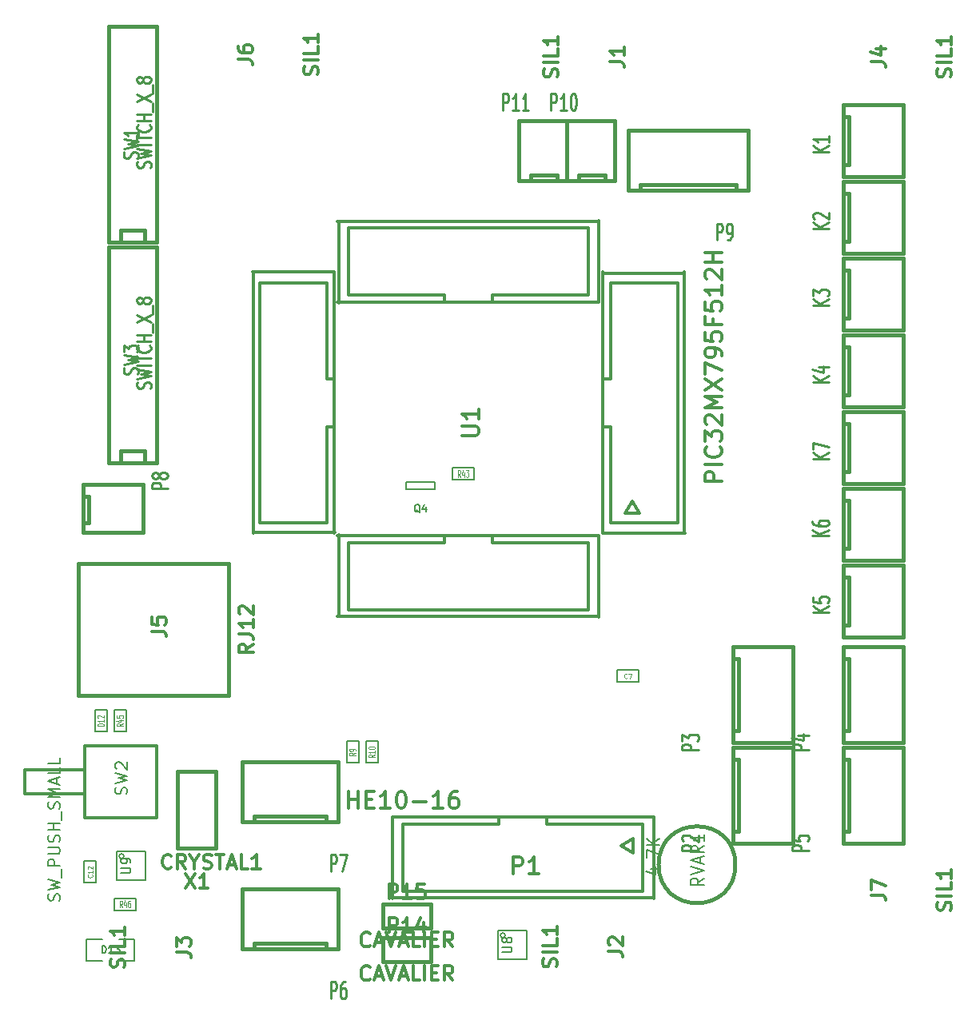
<source format=gto>
G04 #@! TF.FileFunction,Legend,Top*
%FSLAX46Y46*%
G04 Gerber Fmt 4.6, Leading zero omitted, Abs format (unit mm)*
G04 Created by KiCad (PCBNEW 4.0.0-rc1-stable) date 06/10/2015 21:31:56*
%MOMM*%
G01*
G04 APERTURE LIST*
%ADD10C,0.150000*%
%ADD11C,0.127000*%
%ADD12C,0.304800*%
%ADD13C,0.381000*%
%ADD14C,0.152400*%
%ADD15C,0.114300*%
%ADD16C,0.203200*%
%ADD17C,0.285750*%
%ADD18C,0.287020*%
%ADD19C,0.190500*%
%ADD20C,0.271780*%
G04 APERTURE END LIST*
D10*
D11*
X94267020Y-119092980D02*
X96553020Y-119092980D01*
X96553020Y-119092980D02*
X96553020Y-120362980D01*
X96553020Y-120362980D02*
X94267020Y-120362980D01*
X94267020Y-120362980D02*
X94267020Y-119092980D01*
X65659000Y-128905000D02*
X65659000Y-126619000D01*
X65659000Y-126619000D02*
X66929000Y-126619000D01*
X66929000Y-126619000D02*
X66929000Y-128905000D01*
X66929000Y-128905000D02*
X65659000Y-128905000D01*
X67691000Y-128905000D02*
X67691000Y-126619000D01*
X67691000Y-126619000D02*
X68961000Y-126619000D01*
X68961000Y-126619000D02*
X68961000Y-128905000D01*
X68961000Y-128905000D02*
X67691000Y-128905000D01*
D12*
X37879020Y-132173980D02*
X31529020Y-132173980D01*
X31529020Y-132173980D02*
X31529020Y-129633980D01*
X31529020Y-129633980D02*
X37879020Y-129633980D01*
X45499020Y-134713980D02*
X45499020Y-127093980D01*
X45499020Y-127093980D02*
X37879020Y-127093980D01*
X37879020Y-127093980D02*
X37879020Y-134713980D01*
X37879020Y-134713980D02*
X45499020Y-134713980D01*
D13*
X41689020Y-97121980D02*
X41689020Y-97121980D01*
X41689020Y-97121980D02*
X41689020Y-95851980D01*
X41689020Y-95851980D02*
X44229020Y-95851980D01*
X44229020Y-95851980D02*
X44229020Y-97121980D01*
X40419020Y-97121980D02*
X40419020Y-74261980D01*
X40419020Y-74261980D02*
X45499020Y-74261980D01*
X45499020Y-74261980D02*
X45499020Y-97121980D01*
X45499020Y-97121980D02*
X40419020Y-97121980D01*
X41689020Y-73753980D02*
X41689020Y-73753980D01*
X41689020Y-73753980D02*
X41689020Y-72483980D01*
X41689020Y-72483980D02*
X44229020Y-72483980D01*
X44229020Y-72483980D02*
X44229020Y-73753980D01*
X40419020Y-73753980D02*
X40419020Y-50893980D01*
X40419020Y-50893980D02*
X45499020Y-50893980D01*
X45499020Y-50893980D02*
X45499020Y-73753980D01*
X45499020Y-73753980D02*
X40419020Y-73753980D01*
D11*
X79121000Y-98933000D02*
X76835000Y-98933000D01*
X76835000Y-98933000D02*
X76835000Y-97663000D01*
X76835000Y-97663000D02*
X79121000Y-97663000D01*
X79121000Y-97663000D02*
X79121000Y-98933000D01*
D14*
X42037000Y-138811000D02*
G75*
G03X42037000Y-138811000I-254000J0D01*
G01*
X41275000Y-141351000D02*
X41275000Y-138303000D01*
X41275000Y-138303000D02*
X44323000Y-138303000D01*
X44323000Y-138303000D02*
X44323000Y-141351000D01*
X44323000Y-141351000D02*
X41275000Y-141351000D01*
X82423000Y-147193000D02*
G75*
G03X82423000Y-147193000I-254000J0D01*
G01*
X81661000Y-149733000D02*
X81661000Y-146685000D01*
X81661000Y-146685000D02*
X84709000Y-146685000D01*
X84709000Y-146685000D02*
X84709000Y-149733000D01*
X84709000Y-149733000D02*
X81661000Y-149733000D01*
D11*
X43180000Y-149860000D02*
X43180000Y-147574000D01*
X43180000Y-147574000D02*
X41529000Y-147574000D01*
X39751000Y-149860000D02*
X38100000Y-149860000D01*
X38100000Y-149860000D02*
X38100000Y-147574000D01*
X38100000Y-147574000D02*
X39751000Y-147574000D01*
X41529000Y-149860000D02*
X43180000Y-149860000D01*
X42291000Y-123317000D02*
X42291000Y-125603000D01*
X42291000Y-125603000D02*
X41021000Y-125603000D01*
X41021000Y-125603000D02*
X41021000Y-123317000D01*
X41021000Y-123317000D02*
X42291000Y-123317000D01*
X41021000Y-143256000D02*
X43307000Y-143256000D01*
X43307000Y-143256000D02*
X43307000Y-144526000D01*
X43307000Y-144526000D02*
X41021000Y-144526000D01*
X41021000Y-144526000D02*
X41021000Y-143256000D01*
X39116000Y-139319000D02*
X39116000Y-141605000D01*
X39116000Y-141605000D02*
X37846000Y-141605000D01*
X37846000Y-141605000D02*
X37846000Y-139319000D01*
X37846000Y-139319000D02*
X39116000Y-139319000D01*
D13*
X47752000Y-134366000D02*
X47752000Y-129794000D01*
X47752000Y-129794000D02*
X51816000Y-129794000D01*
X51816000Y-129794000D02*
X51816000Y-137922000D01*
X51816000Y-137922000D02*
X47752000Y-137922000D01*
X47752000Y-137922000D02*
X47752000Y-134366000D01*
D11*
X40259000Y-123317000D02*
X40259000Y-125603000D01*
X40259000Y-125603000D02*
X38989000Y-125603000D01*
X38989000Y-125603000D02*
X38989000Y-123317000D01*
X38989000Y-123317000D02*
X40259000Y-123317000D01*
X74993500Y-99949000D02*
X71945500Y-99949000D01*
X71945500Y-99949000D02*
X71945500Y-99187000D01*
X71945500Y-99187000D02*
X74993500Y-99187000D01*
X74993500Y-99187000D02*
X74993500Y-99949000D01*
D13*
X106808984Y-139700000D02*
G75*
G03X106808984Y-139700000I-4065984J0D01*
G01*
X118237000Y-117856000D02*
X118872000Y-117856000D01*
X118872000Y-117856000D02*
X118872000Y-125476000D01*
X118872000Y-125476000D02*
X118237000Y-125476000D01*
X124587000Y-126746000D02*
X124587000Y-116586000D01*
X124587000Y-116586000D02*
X118237000Y-116586000D01*
X118237000Y-116586000D02*
X118237000Y-126746000D01*
X118237000Y-126746000D02*
X124587000Y-126746000D01*
X106553000Y-117856000D02*
X107188000Y-117856000D01*
X107188000Y-117856000D02*
X107188000Y-125476000D01*
X107188000Y-125476000D02*
X106553000Y-125476000D01*
X112903000Y-126746000D02*
X112903000Y-116586000D01*
X112903000Y-116586000D02*
X106553000Y-116586000D01*
X106553000Y-116586000D02*
X106553000Y-126746000D01*
X106553000Y-126746000D02*
X112903000Y-126746000D01*
X55849520Y-135158480D02*
X55849520Y-134523480D01*
X55849520Y-134523480D02*
X63469520Y-134523480D01*
X63469520Y-134523480D02*
X63469520Y-135158480D01*
X64739520Y-128808480D02*
X54579520Y-128808480D01*
X54579520Y-128808480D02*
X54579520Y-135158480D01*
X54579520Y-135158480D02*
X64739520Y-135158480D01*
X64739520Y-135158480D02*
X64739520Y-128808480D01*
X55849520Y-148620480D02*
X55849520Y-147985480D01*
X55849520Y-147985480D02*
X63469520Y-147985480D01*
X63469520Y-147985480D02*
X63469520Y-148620480D01*
X64739520Y-142270480D02*
X54579520Y-142270480D01*
X54579520Y-142270480D02*
X54579520Y-148620480D01*
X54579520Y-148620480D02*
X64739520Y-148620480D01*
X64739520Y-148620480D02*
X64739520Y-142270480D01*
X118237000Y-128524000D02*
X118872000Y-128524000D01*
X118872000Y-128524000D02*
X118872000Y-136144000D01*
X118872000Y-136144000D02*
X118237000Y-136144000D01*
X124587000Y-137414000D02*
X124587000Y-127254000D01*
X124587000Y-127254000D02*
X118237000Y-127254000D01*
X118237000Y-127254000D02*
X118237000Y-137414000D01*
X118237000Y-137414000D02*
X124587000Y-137414000D01*
X106553000Y-128524000D02*
X107188000Y-128524000D01*
X107188000Y-128524000D02*
X107188000Y-136144000D01*
X107188000Y-136144000D02*
X106553000Y-136144000D01*
X112903000Y-137414000D02*
X112903000Y-127254000D01*
X112903000Y-127254000D02*
X106553000Y-127254000D01*
X106553000Y-127254000D02*
X106553000Y-137414000D01*
X106553000Y-137414000D02*
X112903000Y-137414000D01*
X118872000Y-98044000D02*
X118237000Y-98044000D01*
X118237000Y-91694000D02*
X118237000Y-99314000D01*
X118872000Y-98044000D02*
X118872000Y-92964000D01*
X118872000Y-92964000D02*
X118237000Y-92964000D01*
X118237000Y-99314000D02*
X124587000Y-99314000D01*
X124587000Y-99314000D02*
X124587000Y-91694000D01*
X118872000Y-92964000D02*
X118237000Y-92964000D01*
X118237000Y-91694000D02*
X124587000Y-91694000D01*
X118841520Y-106202480D02*
X118206520Y-106202480D01*
X118206520Y-99852480D02*
X118206520Y-107472480D01*
X118841520Y-106202480D02*
X118841520Y-101122480D01*
X118841520Y-101122480D02*
X118206520Y-101122480D01*
X118206520Y-107472480D02*
X124556520Y-107472480D01*
X124556520Y-107472480D02*
X124556520Y-99852480D01*
X118841520Y-101122480D02*
X118206520Y-101122480D01*
X118206520Y-99852480D02*
X124556520Y-99852480D01*
X118872000Y-114300000D02*
X118237000Y-114300000D01*
X118237000Y-107950000D02*
X118237000Y-115570000D01*
X118872000Y-114300000D02*
X118872000Y-109220000D01*
X118872000Y-109220000D02*
X118237000Y-109220000D01*
X118237000Y-115570000D02*
X124587000Y-115570000D01*
X124587000Y-115570000D02*
X124587000Y-107950000D01*
X118872000Y-109220000D02*
X118237000Y-109220000D01*
X118237000Y-107950000D02*
X124587000Y-107950000D01*
X118872000Y-65532000D02*
X118237000Y-65532000D01*
X118237000Y-59182000D02*
X118237000Y-66802000D01*
X118872000Y-65532000D02*
X118872000Y-60452000D01*
X118872000Y-60452000D02*
X118237000Y-60452000D01*
X118237000Y-66802000D02*
X124587000Y-66802000D01*
X124587000Y-66802000D02*
X124587000Y-59182000D01*
X118872000Y-60452000D02*
X118237000Y-60452000D01*
X118237000Y-59182000D02*
X124587000Y-59182000D01*
X118872000Y-81788000D02*
X118237000Y-81788000D01*
X118237000Y-75438000D02*
X118237000Y-83058000D01*
X118872000Y-81788000D02*
X118872000Y-76708000D01*
X118872000Y-76708000D02*
X118237000Y-76708000D01*
X118237000Y-83058000D02*
X124587000Y-83058000D01*
X124587000Y-83058000D02*
X124587000Y-75438000D01*
X118872000Y-76708000D02*
X118237000Y-76708000D01*
X118237000Y-75438000D02*
X124587000Y-75438000D01*
X118872000Y-89916000D02*
X118237000Y-89916000D01*
X118237000Y-83566000D02*
X118237000Y-91186000D01*
X118872000Y-89916000D02*
X118872000Y-84836000D01*
X118872000Y-84836000D02*
X118237000Y-84836000D01*
X118237000Y-91186000D02*
X124587000Y-91186000D01*
X124587000Y-91186000D02*
X124587000Y-83566000D01*
X118872000Y-84836000D02*
X118237000Y-84836000D01*
X118237000Y-83566000D02*
X124587000Y-83566000D01*
X118872000Y-73660000D02*
X118237000Y-73660000D01*
X118237000Y-67310000D02*
X118237000Y-74930000D01*
X118872000Y-73660000D02*
X118872000Y-68580000D01*
X118872000Y-68580000D02*
X118237000Y-68580000D01*
X118237000Y-74930000D02*
X124587000Y-74930000D01*
X124587000Y-74930000D02*
X124587000Y-67310000D01*
X118872000Y-68580000D02*
X118237000Y-68580000D01*
X118237000Y-67310000D02*
X124587000Y-67310000D01*
D12*
X70454520Y-134650480D02*
X98140520Y-134650480D01*
X98140520Y-143159480D02*
X70581520Y-143159480D01*
X86837520Y-134650480D02*
X86837520Y-135412480D01*
X86837520Y-135412480D02*
X96997520Y-135412480D01*
X96997520Y-135412480D02*
X96997520Y-142524480D01*
X96997520Y-142524480D02*
X71597520Y-142524480D01*
X71597520Y-142524480D02*
X71597520Y-135412480D01*
X71597520Y-135412480D02*
X81757520Y-135412480D01*
X81757520Y-135412480D02*
X81757520Y-134650480D01*
X98140520Y-134650480D02*
X98140520Y-143286480D01*
X70454520Y-143286480D02*
X70454520Y-134650480D01*
X94711520Y-137698480D02*
X95981520Y-138460480D01*
X95981520Y-138460480D02*
X95981520Y-136936480D01*
X95981520Y-136936480D02*
X94711520Y-137698480D01*
X92740480Y-104614980D02*
X92740480Y-76928980D01*
X101376480Y-76928980D02*
X101376480Y-104487980D01*
X92867480Y-88231980D02*
X93629480Y-88231980D01*
X93629480Y-88231980D02*
X93629480Y-78071980D01*
X93629480Y-78071980D02*
X100741480Y-78071980D01*
X100741480Y-78071980D02*
X100741480Y-103471980D01*
X100741480Y-103471980D02*
X93629480Y-103471980D01*
X93629480Y-103471980D02*
X93629480Y-93311980D01*
X93629480Y-93311980D02*
X92867480Y-93311980D01*
X92740480Y-77055980D02*
X101376480Y-77055980D01*
X101503480Y-104614980D02*
X92867480Y-104614980D01*
X96680020Y-102455980D02*
X95918020Y-101185980D01*
X95156020Y-102455980D02*
X96680020Y-102455980D01*
X95918020Y-101185980D02*
X95156020Y-102455980D01*
X55659020Y-76928980D02*
X64295020Y-76928980D01*
X64422020Y-104487980D02*
X55786020Y-104487980D01*
X63533020Y-88231980D02*
X64295020Y-88231980D01*
X63533020Y-78071980D02*
X63533020Y-88231980D01*
X56421020Y-78071980D02*
X63533020Y-78071980D01*
X56421020Y-103471980D02*
X56421020Y-78071980D01*
X63533020Y-103471980D02*
X56421020Y-103471980D01*
X63533020Y-93311980D02*
X63533020Y-103471980D01*
X64295020Y-93311980D02*
X63533020Y-93311980D01*
X55786020Y-104614980D02*
X55786020Y-77055980D01*
X64295020Y-76928980D02*
X64295020Y-104614980D01*
X92362020Y-80103980D02*
X64676020Y-80103980D01*
X64676020Y-71594980D02*
X92235020Y-71594980D01*
X75979020Y-80103980D02*
X75979020Y-79341980D01*
X75979020Y-79341980D02*
X65819020Y-79341980D01*
X65819020Y-79341980D02*
X65819020Y-72229980D01*
X65819020Y-72229980D02*
X91219020Y-72229980D01*
X91219020Y-72229980D02*
X91219020Y-79341980D01*
X91219020Y-79341980D02*
X81059020Y-79341980D01*
X81059020Y-79341980D02*
X81059020Y-80103980D01*
X64803020Y-80230980D02*
X64803020Y-71594980D01*
X92362020Y-71467980D02*
X92362020Y-80103980D01*
X92362020Y-113504980D02*
X92362020Y-104868980D01*
X64803020Y-104741980D02*
X64803020Y-113377980D01*
X81059020Y-105630980D02*
X81059020Y-104868980D01*
X91219020Y-105630980D02*
X81059020Y-105630980D01*
X91219020Y-112742980D02*
X91219020Y-105630980D01*
X65819020Y-112742980D02*
X91219020Y-112742980D01*
X65819020Y-105630980D02*
X65819020Y-112742980D01*
X75979020Y-105630980D02*
X65819020Y-105630980D01*
X75979020Y-104868980D02*
X75979020Y-105630980D01*
X64676020Y-113377980D02*
X92235020Y-113377980D01*
X92362020Y-104868980D02*
X64676020Y-104868980D01*
D13*
X108173520Y-61942980D02*
X104998520Y-61942980D01*
X106903520Y-67657980D02*
X106903520Y-68292980D01*
X95473520Y-68292980D02*
X108173520Y-68292980D01*
X108173520Y-68292980D02*
X108173520Y-61942980D01*
X106903520Y-67657980D02*
X104363520Y-67657980D01*
X96743520Y-68292980D02*
X96743520Y-67657980D01*
X96743520Y-67657980D02*
X104363520Y-67657980D01*
X105633520Y-61942980D02*
X95473520Y-61942980D01*
X95473520Y-61942980D02*
X95473520Y-68292980D01*
X38323520Y-103471980D02*
X37815520Y-103471980D01*
X37688520Y-104487980D02*
X37688520Y-99407980D01*
X37688520Y-104487980D02*
X44038520Y-104487980D01*
X44038520Y-104487980D02*
X44038520Y-100042980D01*
X44038520Y-100042980D02*
X44038520Y-99407980D01*
X38323520Y-100677980D02*
X38323520Y-103471980D01*
X38323520Y-100677980D02*
X37688520Y-100677980D01*
X37688520Y-99407980D02*
X44038520Y-99407980D01*
X93027500Y-66611500D02*
X93027500Y-67119500D01*
X94043500Y-67246500D02*
X88963500Y-67246500D01*
X94043500Y-67246500D02*
X94043500Y-60896500D01*
X94043500Y-60896500D02*
X89598500Y-60896500D01*
X89598500Y-60896500D02*
X88963500Y-60896500D01*
X90233500Y-66611500D02*
X93027500Y-66611500D01*
X90233500Y-66611500D02*
X90233500Y-67246500D01*
X88963500Y-67246500D02*
X88963500Y-60896500D01*
X87947500Y-66611500D02*
X87947500Y-67119500D01*
X88963500Y-67246500D02*
X83883500Y-67246500D01*
X88963500Y-67246500D02*
X88963500Y-60896500D01*
X88963500Y-60896500D02*
X84518500Y-60896500D01*
X84518500Y-60896500D02*
X83883500Y-60896500D01*
X85153500Y-66611500D02*
X87947500Y-66611500D01*
X85153500Y-66611500D02*
X85153500Y-67246500D01*
X83883500Y-67246500D02*
X83883500Y-60896500D01*
X69469000Y-146431000D02*
X69469000Y-143891000D01*
X69469000Y-143891000D02*
X74549000Y-143891000D01*
X74549000Y-143891000D02*
X74549000Y-146431000D01*
X74549000Y-146431000D02*
X69469000Y-146431000D01*
X69469000Y-149987000D02*
X69469000Y-147447000D01*
X69469000Y-147447000D02*
X74549000Y-147447000D01*
X74549000Y-147447000D02*
X74549000Y-149987000D01*
X74549000Y-149987000D02*
X69469000Y-149987000D01*
X53119020Y-121759980D02*
X37244020Y-121759980D01*
X37244020Y-121759980D02*
X37244020Y-107789980D01*
X37244020Y-107789980D02*
X53119020Y-107789980D01*
X53119020Y-107789980D02*
X53119020Y-121759980D01*
D15*
X95333820Y-119909409D02*
X95312049Y-119933599D01*
X95246735Y-119957790D01*
X95203192Y-119957790D01*
X95137877Y-119933599D01*
X95094335Y-119885218D01*
X95072563Y-119836837D01*
X95050792Y-119740075D01*
X95050792Y-119667504D01*
X95072563Y-119570742D01*
X95094335Y-119522361D01*
X95137877Y-119473980D01*
X95203192Y-119449790D01*
X95246735Y-119449790D01*
X95312049Y-119473980D01*
X95333820Y-119498170D01*
X95486220Y-119449790D02*
X95791020Y-119449790D01*
X95595077Y-119957790D01*
X66615733Y-127838200D02*
X66277067Y-127990600D01*
X66615733Y-128099457D02*
X65904533Y-128099457D01*
X65904533Y-127925285D01*
X65938400Y-127881743D01*
X65972267Y-127859971D01*
X66040000Y-127838200D01*
X66141600Y-127838200D01*
X66209333Y-127859971D01*
X66243200Y-127881743D01*
X66277067Y-127925285D01*
X66277067Y-128099457D01*
X66615733Y-127620485D02*
X66615733Y-127533400D01*
X66581867Y-127489857D01*
X66548000Y-127468085D01*
X66446400Y-127424543D01*
X66310933Y-127402771D01*
X66040000Y-127402771D01*
X65972267Y-127424543D01*
X65938400Y-127446314D01*
X65904533Y-127489857D01*
X65904533Y-127576943D01*
X65938400Y-127620485D01*
X65972267Y-127642257D01*
X66040000Y-127664028D01*
X66209333Y-127664028D01*
X66277067Y-127642257D01*
X66310933Y-127620485D01*
X66344800Y-127576943D01*
X66344800Y-127489857D01*
X66310933Y-127446314D01*
X66277067Y-127424543D01*
X66209333Y-127402771D01*
X68647733Y-128055915D02*
X68309067Y-128208315D01*
X68647733Y-128317172D02*
X67936533Y-128317172D01*
X67936533Y-128143000D01*
X67970400Y-128099458D01*
X68004267Y-128077686D01*
X68072000Y-128055915D01*
X68173600Y-128055915D01*
X68241333Y-128077686D01*
X68275200Y-128099458D01*
X68309067Y-128143000D01*
X68309067Y-128317172D01*
X68647733Y-127620486D02*
X68647733Y-127881743D01*
X68647733Y-127751115D02*
X67936533Y-127751115D01*
X68038133Y-127794658D01*
X68105867Y-127838200D01*
X68139733Y-127881743D01*
X67936533Y-127337457D02*
X67936533Y-127293914D01*
X67970400Y-127250371D01*
X68004267Y-127228600D01*
X68072000Y-127206829D01*
X68207467Y-127185057D01*
X68376800Y-127185057D01*
X68512267Y-127206829D01*
X68580000Y-127228600D01*
X68613867Y-127250371D01*
X68647733Y-127293914D01*
X68647733Y-127337457D01*
X68613867Y-127381000D01*
X68580000Y-127402771D01*
X68512267Y-127424543D01*
X68376800Y-127446314D01*
X68207467Y-127446314D01*
X68072000Y-127424543D01*
X68004267Y-127402771D01*
X67970400Y-127381000D01*
X67936533Y-127337457D01*
D16*
X42330068Y-132216313D02*
X42390544Y-132034885D01*
X42390544Y-131732504D01*
X42330068Y-131611551D01*
X42269591Y-131551075D01*
X42148639Y-131490599D01*
X42027687Y-131490599D01*
X41906734Y-131551075D01*
X41846258Y-131611551D01*
X41785782Y-131732504D01*
X41725306Y-131974408D01*
X41664830Y-132095361D01*
X41604353Y-132155837D01*
X41483401Y-132216313D01*
X41362449Y-132216313D01*
X41241496Y-132155837D01*
X41181020Y-132095361D01*
X41120544Y-131974408D01*
X41120544Y-131672028D01*
X41181020Y-131490599D01*
X41120544Y-131067265D02*
X42390544Y-130764884D01*
X41483401Y-130522980D01*
X42390544Y-130281075D01*
X41120544Y-129978694D01*
X41241496Y-129555360D02*
X41181020Y-129494884D01*
X41120544Y-129373932D01*
X41120544Y-129071551D01*
X41181020Y-128950598D01*
X41241496Y-128890122D01*
X41362449Y-128829646D01*
X41483401Y-128829646D01*
X41664830Y-128890122D01*
X42390544Y-129615836D01*
X42390544Y-128829646D01*
X35218068Y-143513265D02*
X35278544Y-143331837D01*
X35278544Y-143029456D01*
X35218068Y-142908503D01*
X35157591Y-142848027D01*
X35036639Y-142787551D01*
X34915687Y-142787551D01*
X34794734Y-142848027D01*
X34734258Y-142908503D01*
X34673782Y-143029456D01*
X34613306Y-143271360D01*
X34552830Y-143392313D01*
X34492353Y-143452789D01*
X34371401Y-143513265D01*
X34250449Y-143513265D01*
X34129496Y-143452789D01*
X34069020Y-143392313D01*
X34008544Y-143271360D01*
X34008544Y-142968980D01*
X34069020Y-142787551D01*
X34008544Y-142364217D02*
X35278544Y-142061836D01*
X34371401Y-141819932D01*
X35278544Y-141578027D01*
X34008544Y-141275646D01*
X35399496Y-141094217D02*
X35399496Y-140126598D01*
X35278544Y-139824217D02*
X34008544Y-139824217D01*
X34008544Y-139340408D01*
X34069020Y-139219455D01*
X34129496Y-139158979D01*
X34250449Y-139098503D01*
X34431877Y-139098503D01*
X34552830Y-139158979D01*
X34613306Y-139219455D01*
X34673782Y-139340408D01*
X34673782Y-139824217D01*
X34008544Y-138554217D02*
X35036639Y-138554217D01*
X35157591Y-138493741D01*
X35218068Y-138433265D01*
X35278544Y-138312312D01*
X35278544Y-138070408D01*
X35218068Y-137949455D01*
X35157591Y-137888979D01*
X35036639Y-137828503D01*
X34008544Y-137828503D01*
X35218068Y-137284217D02*
X35278544Y-137102789D01*
X35278544Y-136800408D01*
X35218068Y-136679455D01*
X35157591Y-136618979D01*
X35036639Y-136558503D01*
X34915687Y-136558503D01*
X34794734Y-136618979D01*
X34734258Y-136679455D01*
X34673782Y-136800408D01*
X34613306Y-137042312D01*
X34552830Y-137163265D01*
X34492353Y-137223741D01*
X34371401Y-137284217D01*
X34250449Y-137284217D01*
X34129496Y-137223741D01*
X34069020Y-137163265D01*
X34008544Y-137042312D01*
X34008544Y-136739932D01*
X34069020Y-136558503D01*
X35278544Y-136014217D02*
X34008544Y-136014217D01*
X34613306Y-136014217D02*
X34613306Y-135288503D01*
X35278544Y-135288503D02*
X34008544Y-135288503D01*
X35399496Y-134986122D02*
X35399496Y-134018503D01*
X35218068Y-133776598D02*
X35278544Y-133595170D01*
X35278544Y-133292789D01*
X35218068Y-133171836D01*
X35157591Y-133111360D01*
X35036639Y-133050884D01*
X34915687Y-133050884D01*
X34794734Y-133111360D01*
X34734258Y-133171836D01*
X34673782Y-133292789D01*
X34613306Y-133534693D01*
X34552830Y-133655646D01*
X34492353Y-133716122D01*
X34371401Y-133776598D01*
X34250449Y-133776598D01*
X34129496Y-133716122D01*
X34069020Y-133655646D01*
X34008544Y-133534693D01*
X34008544Y-133232313D01*
X34069020Y-133050884D01*
X35278544Y-132506598D02*
X34008544Y-132506598D01*
X34915687Y-132083265D01*
X34008544Y-131659931D01*
X35278544Y-131659931D01*
X34915687Y-131115645D02*
X34915687Y-130510883D01*
X35278544Y-131236598D02*
X34008544Y-130813264D01*
X35278544Y-130389931D01*
X35278544Y-129361836D02*
X35278544Y-129966598D01*
X34008544Y-129966598D01*
X35278544Y-128333741D02*
X35278544Y-128938503D01*
X34008544Y-128938503D01*
D17*
X43448877Y-87723980D02*
X43521449Y-87560694D01*
X43521449Y-87288551D01*
X43448877Y-87179694D01*
X43376306Y-87125265D01*
X43231163Y-87070837D01*
X43086020Y-87070837D01*
X42940877Y-87125265D01*
X42868306Y-87179694D01*
X42795734Y-87288551D01*
X42723163Y-87506265D01*
X42650591Y-87615123D01*
X42578020Y-87669551D01*
X42432877Y-87723980D01*
X42287734Y-87723980D01*
X42142591Y-87669551D01*
X42070020Y-87615123D01*
X41997449Y-87506265D01*
X41997449Y-87234123D01*
X42070020Y-87070837D01*
X41997449Y-86689837D02*
X43521449Y-86417694D01*
X42432877Y-86199980D01*
X43521449Y-85982266D01*
X41997449Y-85710123D01*
X41997449Y-85383551D02*
X41997449Y-84675980D01*
X42578020Y-85056980D01*
X42578020Y-84893694D01*
X42650591Y-84784837D01*
X42723163Y-84730408D01*
X42868306Y-84675980D01*
X43231163Y-84675980D01*
X43376306Y-84730408D01*
X43448877Y-84784837D01*
X43521449Y-84893694D01*
X43521449Y-85220266D01*
X43448877Y-85329123D01*
X43376306Y-85383551D01*
D18*
D17*
X44845877Y-89238908D02*
X44918449Y-89075622D01*
X44918449Y-88803479D01*
X44845877Y-88694622D01*
X44773306Y-88640193D01*
X44628163Y-88585765D01*
X44483020Y-88585765D01*
X44337877Y-88640193D01*
X44265306Y-88694622D01*
X44192734Y-88803479D01*
X44120163Y-89021193D01*
X44047591Y-89130051D01*
X43975020Y-89184479D01*
X43829877Y-89238908D01*
X43684734Y-89238908D01*
X43539591Y-89184479D01*
X43467020Y-89130051D01*
X43394449Y-89021193D01*
X43394449Y-88749051D01*
X43467020Y-88585765D01*
X43394449Y-88204765D02*
X44918449Y-87932622D01*
X43829877Y-87714908D01*
X44918449Y-87497194D01*
X43394449Y-87225051D01*
X44918449Y-86789622D02*
X43394449Y-86789622D01*
X43394449Y-86408622D02*
X43394449Y-85755479D01*
X44918449Y-86082050D02*
X43394449Y-86082050D01*
X44773306Y-84721336D02*
X44845877Y-84775765D01*
X44918449Y-84939051D01*
X44918449Y-85047908D01*
X44845877Y-85211193D01*
X44700734Y-85320051D01*
X44555591Y-85374479D01*
X44265306Y-85428908D01*
X44047591Y-85428908D01*
X43757306Y-85374479D01*
X43612163Y-85320051D01*
X43467020Y-85211193D01*
X43394449Y-85047908D01*
X43394449Y-84939051D01*
X43467020Y-84775765D01*
X43539591Y-84721336D01*
X44918449Y-84231479D02*
X43394449Y-84231479D01*
X44120163Y-84231479D02*
X44120163Y-83578336D01*
X44918449Y-83578336D02*
X43394449Y-83578336D01*
X45063591Y-83306193D02*
X45063591Y-82435336D01*
X43394449Y-82272050D02*
X44918449Y-81510050D01*
X43394449Y-81510050D02*
X44918449Y-82272050D01*
X45063591Y-81346765D02*
X45063591Y-80475908D01*
X44047591Y-80040479D02*
X43975020Y-80149337D01*
X43902449Y-80203765D01*
X43757306Y-80258194D01*
X43684734Y-80258194D01*
X43539591Y-80203765D01*
X43467020Y-80149337D01*
X43394449Y-80040479D01*
X43394449Y-79822765D01*
X43467020Y-79713908D01*
X43539591Y-79659479D01*
X43684734Y-79605051D01*
X43757306Y-79605051D01*
X43902449Y-79659479D01*
X43975020Y-79713908D01*
X44047591Y-79822765D01*
X44047591Y-80040479D01*
X44120163Y-80149337D01*
X44192734Y-80203765D01*
X44337877Y-80258194D01*
X44628163Y-80258194D01*
X44773306Y-80203765D01*
X44845877Y-80149337D01*
X44918449Y-80040479D01*
X44918449Y-79822765D01*
X44845877Y-79713908D01*
X44773306Y-79659479D01*
X44628163Y-79605051D01*
X44337877Y-79605051D01*
X44192734Y-79659479D01*
X44120163Y-79713908D01*
X44047591Y-79822765D01*
D18*
D17*
X43448877Y-64863980D02*
X43521449Y-64700694D01*
X43521449Y-64428551D01*
X43448877Y-64319694D01*
X43376306Y-64265265D01*
X43231163Y-64210837D01*
X43086020Y-64210837D01*
X42940877Y-64265265D01*
X42868306Y-64319694D01*
X42795734Y-64428551D01*
X42723163Y-64646265D01*
X42650591Y-64755123D01*
X42578020Y-64809551D01*
X42432877Y-64863980D01*
X42287734Y-64863980D01*
X42142591Y-64809551D01*
X42070020Y-64755123D01*
X41997449Y-64646265D01*
X41997449Y-64374123D01*
X42070020Y-64210837D01*
X41997449Y-63829837D02*
X43521449Y-63557694D01*
X42432877Y-63339980D01*
X43521449Y-63122266D01*
X41997449Y-62850123D01*
X43521449Y-61815980D02*
X43521449Y-62469123D01*
X43521449Y-62142551D02*
X41997449Y-62142551D01*
X42215163Y-62251408D01*
X42360306Y-62360266D01*
X42432877Y-62469123D01*
D18*
D17*
X44845877Y-65870908D02*
X44918449Y-65707622D01*
X44918449Y-65435479D01*
X44845877Y-65326622D01*
X44773306Y-65272193D01*
X44628163Y-65217765D01*
X44483020Y-65217765D01*
X44337877Y-65272193D01*
X44265306Y-65326622D01*
X44192734Y-65435479D01*
X44120163Y-65653193D01*
X44047591Y-65762051D01*
X43975020Y-65816479D01*
X43829877Y-65870908D01*
X43684734Y-65870908D01*
X43539591Y-65816479D01*
X43467020Y-65762051D01*
X43394449Y-65653193D01*
X43394449Y-65381051D01*
X43467020Y-65217765D01*
X43394449Y-64836765D02*
X44918449Y-64564622D01*
X43829877Y-64346908D01*
X44918449Y-64129194D01*
X43394449Y-63857051D01*
X44918449Y-63421622D02*
X43394449Y-63421622D01*
X43394449Y-63040622D02*
X43394449Y-62387479D01*
X44918449Y-62714050D02*
X43394449Y-62714050D01*
X44773306Y-61353336D02*
X44845877Y-61407765D01*
X44918449Y-61571051D01*
X44918449Y-61679908D01*
X44845877Y-61843193D01*
X44700734Y-61952051D01*
X44555591Y-62006479D01*
X44265306Y-62060908D01*
X44047591Y-62060908D01*
X43757306Y-62006479D01*
X43612163Y-61952051D01*
X43467020Y-61843193D01*
X43394449Y-61679908D01*
X43394449Y-61571051D01*
X43467020Y-61407765D01*
X43539591Y-61353336D01*
X44918449Y-60863479D02*
X43394449Y-60863479D01*
X44120163Y-60863479D02*
X44120163Y-60210336D01*
X44918449Y-60210336D02*
X43394449Y-60210336D01*
X45063591Y-59938193D02*
X45063591Y-59067336D01*
X43394449Y-58904050D02*
X44918449Y-58142050D01*
X43394449Y-58142050D02*
X44918449Y-58904050D01*
X45063591Y-57978765D02*
X45063591Y-57107908D01*
X44047591Y-56672479D02*
X43975020Y-56781337D01*
X43902449Y-56835765D01*
X43757306Y-56890194D01*
X43684734Y-56890194D01*
X43539591Y-56835765D01*
X43467020Y-56781337D01*
X43394449Y-56672479D01*
X43394449Y-56454765D01*
X43467020Y-56345908D01*
X43539591Y-56291479D01*
X43684734Y-56237051D01*
X43757306Y-56237051D01*
X43902449Y-56291479D01*
X43975020Y-56345908D01*
X44047591Y-56454765D01*
X44047591Y-56672479D01*
X44120163Y-56781337D01*
X44192734Y-56835765D01*
X44337877Y-56890194D01*
X44628163Y-56890194D01*
X44773306Y-56835765D01*
X44845877Y-56781337D01*
X44918449Y-56672479D01*
X44918449Y-56454765D01*
X44845877Y-56345908D01*
X44773306Y-56291479D01*
X44628163Y-56237051D01*
X44337877Y-56237051D01*
X44192734Y-56291479D01*
X44120163Y-56345908D01*
X44047591Y-56454765D01*
D18*
D15*
X77684085Y-98619733D02*
X77531685Y-98281067D01*
X77422828Y-98619733D02*
X77422828Y-97908533D01*
X77597000Y-97908533D01*
X77640542Y-97942400D01*
X77662314Y-97976267D01*
X77684085Y-98044000D01*
X77684085Y-98145600D01*
X77662314Y-98213333D01*
X77640542Y-98247200D01*
X77597000Y-98281067D01*
X77422828Y-98281067D01*
X78075971Y-98145600D02*
X78075971Y-98619733D01*
X77967114Y-97874667D02*
X77858257Y-98382667D01*
X78141285Y-98382667D01*
X78271914Y-97908533D02*
X78554943Y-97908533D01*
X78402543Y-98179467D01*
X78467857Y-98179467D01*
X78511400Y-98213333D01*
X78533171Y-98247200D01*
X78554943Y-98314933D01*
X78554943Y-98484267D01*
X78533171Y-98552000D01*
X78511400Y-98585867D01*
X78467857Y-98619733D01*
X78337229Y-98619733D01*
X78293686Y-98585867D01*
X78271914Y-98552000D01*
D14*
X41734619Y-140601095D02*
X42557095Y-140601095D01*
X42653857Y-140552714D01*
X42702238Y-140504333D01*
X42750619Y-140407571D01*
X42750619Y-140214048D01*
X42702238Y-140117286D01*
X42653857Y-140068905D01*
X42557095Y-140020524D01*
X41734619Y-140020524D01*
X42750619Y-139488333D02*
X42750619Y-139294809D01*
X42702238Y-139198048D01*
X42653857Y-139149667D01*
X42508714Y-139052905D01*
X42315190Y-139004524D01*
X41928143Y-139004524D01*
X41831381Y-139052905D01*
X41783000Y-139101286D01*
X41734619Y-139198048D01*
X41734619Y-139391571D01*
X41783000Y-139488333D01*
X41831381Y-139536714D01*
X41928143Y-139585095D01*
X42170048Y-139585095D01*
X42266810Y-139536714D01*
X42315190Y-139488333D01*
X42363571Y-139391571D01*
X42363571Y-139198048D01*
X42315190Y-139101286D01*
X42266810Y-139052905D01*
X42170048Y-139004524D01*
X82120619Y-148983095D02*
X82943095Y-148983095D01*
X83039857Y-148934714D01*
X83088238Y-148886333D01*
X83136619Y-148789571D01*
X83136619Y-148596048D01*
X83088238Y-148499286D01*
X83039857Y-148450905D01*
X82943095Y-148402524D01*
X82120619Y-148402524D01*
X82556048Y-147773571D02*
X82507667Y-147870333D01*
X82459286Y-147918714D01*
X82362524Y-147967095D01*
X82314143Y-147967095D01*
X82217381Y-147918714D01*
X82169000Y-147870333D01*
X82120619Y-147773571D01*
X82120619Y-147580048D01*
X82169000Y-147483286D01*
X82217381Y-147434905D01*
X82314143Y-147386524D01*
X82362524Y-147386524D01*
X82459286Y-147434905D01*
X82507667Y-147483286D01*
X82556048Y-147580048D01*
X82556048Y-147773571D01*
X82604429Y-147870333D01*
X82652810Y-147918714D01*
X82749571Y-147967095D01*
X82943095Y-147967095D01*
X83039857Y-147918714D01*
X83088238Y-147870333D01*
X83136619Y-147773571D01*
X83136619Y-147580048D01*
X83088238Y-147483286D01*
X83039857Y-147434905D01*
X82943095Y-147386524D01*
X82749571Y-147386524D01*
X82652810Y-147434905D01*
X82604429Y-147483286D01*
X82556048Y-147580048D01*
D11*
X39714715Y-149061714D02*
X39714715Y-148299714D01*
X39896143Y-148299714D01*
X40005000Y-148336000D01*
X40077572Y-148408571D01*
X40113857Y-148481143D01*
X40150143Y-148626286D01*
X40150143Y-148735143D01*
X40113857Y-148880286D01*
X40077572Y-148952857D01*
X40005000Y-149025429D01*
X39896143Y-149061714D01*
X39714715Y-149061714D01*
X40875857Y-149061714D02*
X40440429Y-149061714D01*
X40658143Y-149061714D02*
X40658143Y-148299714D01*
X40585572Y-148408571D01*
X40513000Y-148481143D01*
X40440429Y-148517429D01*
X41129857Y-148299714D02*
X41601571Y-148299714D01*
X41347571Y-148590000D01*
X41456429Y-148590000D01*
X41529000Y-148626286D01*
X41565286Y-148662571D01*
X41601571Y-148735143D01*
X41601571Y-148916571D01*
X41565286Y-148989143D01*
X41529000Y-149025429D01*
X41456429Y-149061714D01*
X41238714Y-149061714D01*
X41166143Y-149025429D01*
X41129857Y-148989143D01*
D15*
X41977733Y-124753915D02*
X41639067Y-124906315D01*
X41977733Y-125015172D02*
X41266533Y-125015172D01*
X41266533Y-124841000D01*
X41300400Y-124797458D01*
X41334267Y-124775686D01*
X41402000Y-124753915D01*
X41503600Y-124753915D01*
X41571333Y-124775686D01*
X41605200Y-124797458D01*
X41639067Y-124841000D01*
X41639067Y-125015172D01*
X41503600Y-124362029D02*
X41977733Y-124362029D01*
X41232667Y-124470886D02*
X41740667Y-124579743D01*
X41740667Y-124296715D01*
X41266533Y-123904829D02*
X41266533Y-124122543D01*
X41605200Y-124144314D01*
X41571333Y-124122543D01*
X41537467Y-124079000D01*
X41537467Y-123970143D01*
X41571333Y-123926600D01*
X41605200Y-123904829D01*
X41672933Y-123883057D01*
X41842267Y-123883057D01*
X41910000Y-123904829D01*
X41943867Y-123926600D01*
X41977733Y-123970143D01*
X41977733Y-124079000D01*
X41943867Y-124122543D01*
X41910000Y-124144314D01*
X41870085Y-144212733D02*
X41717685Y-143874067D01*
X41608828Y-144212733D02*
X41608828Y-143501533D01*
X41783000Y-143501533D01*
X41826542Y-143535400D01*
X41848314Y-143569267D01*
X41870085Y-143637000D01*
X41870085Y-143738600D01*
X41848314Y-143806333D01*
X41826542Y-143840200D01*
X41783000Y-143874067D01*
X41608828Y-143874067D01*
X42261971Y-143738600D02*
X42261971Y-144212733D01*
X42153114Y-143467667D02*
X42044257Y-143975667D01*
X42327285Y-143975667D01*
X42697400Y-143501533D02*
X42610314Y-143501533D01*
X42566771Y-143535400D01*
X42545000Y-143569267D01*
X42501457Y-143670867D01*
X42479686Y-143806333D01*
X42479686Y-144077267D01*
X42501457Y-144145000D01*
X42523229Y-144178867D01*
X42566771Y-144212733D01*
X42653857Y-144212733D01*
X42697400Y-144178867D01*
X42719171Y-144145000D01*
X42740943Y-144077267D01*
X42740943Y-143907933D01*
X42719171Y-143840200D01*
X42697400Y-143806333D01*
X42653857Y-143772467D01*
X42566771Y-143772467D01*
X42523229Y-143806333D01*
X42501457Y-143840200D01*
X42479686Y-143907933D01*
X38662429Y-140755915D02*
X38686619Y-140777686D01*
X38710810Y-140843000D01*
X38710810Y-140886543D01*
X38686619Y-140951858D01*
X38638238Y-140995400D01*
X38589857Y-141017172D01*
X38493095Y-141038943D01*
X38420524Y-141038943D01*
X38323762Y-141017172D01*
X38275381Y-140995400D01*
X38227000Y-140951858D01*
X38202810Y-140886543D01*
X38202810Y-140843000D01*
X38227000Y-140777686D01*
X38251190Y-140755915D01*
X38710810Y-140320486D02*
X38710810Y-140581743D01*
X38710810Y-140451115D02*
X38202810Y-140451115D01*
X38275381Y-140494658D01*
X38323762Y-140538200D01*
X38347952Y-140581743D01*
X38251190Y-140146314D02*
X38227000Y-140124543D01*
X38202810Y-140081000D01*
X38202810Y-139972143D01*
X38227000Y-139928600D01*
X38251190Y-139906829D01*
X38299571Y-139885057D01*
X38347952Y-139885057D01*
X38420524Y-139906829D01*
X38710810Y-140168086D01*
X38710810Y-139885057D01*
D12*
X48550285Y-140643429D02*
X49566285Y-142167429D01*
X49566285Y-140643429D02*
X48550285Y-142167429D01*
X50945143Y-142167429D02*
X50074286Y-142167429D01*
X50509714Y-142167429D02*
X50509714Y-140643429D01*
X50364571Y-140861143D01*
X50219429Y-141006286D01*
X50074286Y-141078857D01*
X47062571Y-139990286D02*
X46990000Y-140062857D01*
X46772286Y-140135429D01*
X46627143Y-140135429D01*
X46409428Y-140062857D01*
X46264286Y-139917714D01*
X46191714Y-139772571D01*
X46119143Y-139482286D01*
X46119143Y-139264571D01*
X46191714Y-138974286D01*
X46264286Y-138829143D01*
X46409428Y-138684000D01*
X46627143Y-138611429D01*
X46772286Y-138611429D01*
X46990000Y-138684000D01*
X47062571Y-138756571D01*
X48586571Y-140135429D02*
X48078571Y-139409714D01*
X47715714Y-140135429D02*
X47715714Y-138611429D01*
X48296286Y-138611429D01*
X48441428Y-138684000D01*
X48514000Y-138756571D01*
X48586571Y-138901714D01*
X48586571Y-139119429D01*
X48514000Y-139264571D01*
X48441428Y-139337143D01*
X48296286Y-139409714D01*
X47715714Y-139409714D01*
X49530000Y-139409714D02*
X49530000Y-140135429D01*
X49022000Y-138611429D02*
X49530000Y-139409714D01*
X50038000Y-138611429D01*
X50473429Y-140062857D02*
X50691143Y-140135429D01*
X51054000Y-140135429D01*
X51199143Y-140062857D01*
X51271714Y-139990286D01*
X51344286Y-139845143D01*
X51344286Y-139700000D01*
X51271714Y-139554857D01*
X51199143Y-139482286D01*
X51054000Y-139409714D01*
X50763714Y-139337143D01*
X50618572Y-139264571D01*
X50546000Y-139192000D01*
X50473429Y-139046857D01*
X50473429Y-138901714D01*
X50546000Y-138756571D01*
X50618572Y-138684000D01*
X50763714Y-138611429D01*
X51126572Y-138611429D01*
X51344286Y-138684000D01*
X51779715Y-138611429D02*
X52650572Y-138611429D01*
X52215143Y-140135429D02*
X52215143Y-138611429D01*
X53086001Y-139700000D02*
X53811715Y-139700000D01*
X52940858Y-140135429D02*
X53448858Y-138611429D01*
X53956858Y-140135429D01*
X55190572Y-140135429D02*
X54464858Y-140135429D01*
X54464858Y-138611429D01*
X56496858Y-140135429D02*
X55626001Y-140135429D01*
X56061429Y-140135429D02*
X56061429Y-138611429D01*
X55916286Y-138829143D01*
X55771144Y-138974286D01*
X55626001Y-139046857D01*
D15*
X39945733Y-125015172D02*
X39234533Y-125015172D01*
X39234533Y-124906315D01*
X39268400Y-124841000D01*
X39336133Y-124797458D01*
X39403867Y-124775686D01*
X39539333Y-124753915D01*
X39640933Y-124753915D01*
X39776400Y-124775686D01*
X39844133Y-124797458D01*
X39911867Y-124841000D01*
X39945733Y-124906315D01*
X39945733Y-125015172D01*
X39945733Y-124318486D02*
X39945733Y-124579743D01*
X39945733Y-124449115D02*
X39234533Y-124449115D01*
X39336133Y-124492658D01*
X39403867Y-124536200D01*
X39437733Y-124579743D01*
X39302267Y-124144314D02*
X39268400Y-124122543D01*
X39234533Y-124079000D01*
X39234533Y-123970143D01*
X39268400Y-123926600D01*
X39302267Y-123904829D01*
X39370000Y-123883057D01*
X39437733Y-123883057D01*
X39539333Y-123904829D01*
X39945733Y-124166086D01*
X39945733Y-123883057D01*
D11*
D19*
X73396929Y-102398286D02*
X73324357Y-102362000D01*
X73251786Y-102289429D01*
X73142929Y-102180571D01*
X73070357Y-102144286D01*
X72997786Y-102144286D01*
X73034071Y-102325714D02*
X72961500Y-102289429D01*
X72888929Y-102216857D01*
X72852643Y-102071714D01*
X72852643Y-101817714D01*
X72888929Y-101672571D01*
X72961500Y-101600000D01*
X73034071Y-101563714D01*
X73179214Y-101563714D01*
X73251786Y-101600000D01*
X73324357Y-101672571D01*
X73360643Y-101817714D01*
X73360643Y-102071714D01*
X73324357Y-102216857D01*
X73251786Y-102289429D01*
X73179214Y-102325714D01*
X73034071Y-102325714D01*
X74013786Y-101817714D02*
X74013786Y-102325714D01*
X73832357Y-101527429D02*
X73650929Y-102071714D01*
X74122643Y-102071714D01*
D16*
X103501976Y-141127238D02*
X102836738Y-141550571D01*
X103501976Y-141852952D02*
X102104976Y-141852952D01*
X102104976Y-141369143D01*
X102171500Y-141248190D01*
X102238024Y-141187714D01*
X102371071Y-141127238D01*
X102570643Y-141127238D01*
X102703690Y-141187714D01*
X102770214Y-141248190D01*
X102836738Y-141369143D01*
X102836738Y-141852952D01*
X102104976Y-140764381D02*
X103501976Y-140341047D01*
X102104976Y-139917714D01*
X103102833Y-139554857D02*
X103102833Y-138950095D01*
X103501976Y-139675810D02*
X102104976Y-139252476D01*
X103501976Y-138829143D01*
X103501976Y-137680096D02*
X102836738Y-138103429D01*
X103501976Y-138405810D02*
X102104976Y-138405810D01*
X102104976Y-137922001D01*
X102171500Y-137801048D01*
X102238024Y-137740572D01*
X102371071Y-137680096D01*
X102570643Y-137680096D01*
X102703690Y-137740572D01*
X102770214Y-137801048D01*
X102836738Y-137922001D01*
X102836738Y-138405810D01*
X103501976Y-136470572D02*
X103501976Y-137196286D01*
X103501976Y-136833429D02*
X102104976Y-136833429D01*
X102304548Y-136954381D01*
X102437595Y-137075334D01*
X102504119Y-137196286D01*
X97871643Y-140111238D02*
X98802976Y-140111238D01*
X97339452Y-140413619D02*
X98337310Y-140716000D01*
X98337310Y-139929810D01*
X98669929Y-139446000D02*
X98736452Y-139385524D01*
X98802976Y-139446000D01*
X98736452Y-139506476D01*
X98669929Y-139446000D01*
X98802976Y-139446000D01*
X97405976Y-138962190D02*
X97405976Y-138115524D01*
X98802976Y-138659809D01*
X98802976Y-137631714D02*
X97405976Y-137631714D01*
X98802976Y-136906000D02*
X98004690Y-137450285D01*
X97405976Y-136906000D02*
X98204262Y-137631714D01*
D20*
X114576800Y-127548398D02*
X112841980Y-127548398D01*
X112841980Y-127134257D01*
X112924590Y-127030722D01*
X113007200Y-126978954D01*
X113172421Y-126927186D01*
X113420253Y-126927186D01*
X113585474Y-126978954D01*
X113668084Y-127030722D01*
X113750695Y-127134257D01*
X113750695Y-127548398D01*
X113420253Y-125995369D02*
X114576800Y-125995369D01*
X112759369Y-126254207D02*
X113998526Y-126513046D01*
X113998526Y-125840066D01*
X102892800Y-127548398D02*
X101157980Y-127548398D01*
X101157980Y-127134257D01*
X101240590Y-127030722D01*
X101323200Y-126978954D01*
X101488421Y-126927186D01*
X101736253Y-126927186D01*
X101901474Y-126978954D01*
X101984084Y-127030722D01*
X102066695Y-127134257D01*
X102066695Y-127548398D01*
X101157980Y-126564813D02*
X101157980Y-125891834D01*
X101818863Y-126254207D01*
X101818863Y-126098905D01*
X101901474Y-125995369D01*
X101984084Y-125943602D01*
X102149305Y-125891834D01*
X102562358Y-125891834D01*
X102727579Y-125943602D01*
X102810189Y-125995369D01*
X102892800Y-126098905D01*
X102892800Y-126409510D01*
X102810189Y-126513046D01*
X102727579Y-126564813D01*
X63937122Y-140388280D02*
X63937122Y-138653460D01*
X64351263Y-138653460D01*
X64454798Y-138736070D01*
X64506566Y-138818680D01*
X64558334Y-138983901D01*
X64558334Y-139231733D01*
X64506566Y-139396954D01*
X64454798Y-139479564D01*
X64351263Y-139562175D01*
X63937122Y-139562175D01*
X64920707Y-138653460D02*
X65645454Y-138653460D01*
X65179545Y-140388280D01*
X63937122Y-153850280D02*
X63937122Y-152115460D01*
X64351263Y-152115460D01*
X64454798Y-152198070D01*
X64506566Y-152280680D01*
X64558334Y-152445901D01*
X64558334Y-152693733D01*
X64506566Y-152858954D01*
X64454798Y-152941564D01*
X64351263Y-153024175D01*
X63937122Y-153024175D01*
X65490151Y-152115460D02*
X65283080Y-152115460D01*
X65179545Y-152198070D01*
X65127777Y-152280680D01*
X65024242Y-152528512D01*
X64972474Y-152858954D01*
X64972474Y-153519838D01*
X65024242Y-153685059D01*
X65076010Y-153767669D01*
X65179545Y-153850280D01*
X65386615Y-153850280D01*
X65490151Y-153767669D01*
X65541918Y-153685059D01*
X65593686Y-153519838D01*
X65593686Y-153106785D01*
X65541918Y-152941564D01*
X65490151Y-152858954D01*
X65386615Y-152776343D01*
X65179545Y-152776343D01*
X65076010Y-152858954D01*
X65024242Y-152941564D01*
X64972474Y-153106785D01*
X114576800Y-138216398D02*
X112841980Y-138216398D01*
X112841980Y-137802257D01*
X112924590Y-137698722D01*
X113007200Y-137646954D01*
X113172421Y-137595186D01*
X113420253Y-137595186D01*
X113585474Y-137646954D01*
X113668084Y-137698722D01*
X113750695Y-137802257D01*
X113750695Y-138216398D01*
X112841980Y-136611602D02*
X112841980Y-137129278D01*
X113668084Y-137181046D01*
X113585474Y-137129278D01*
X113502863Y-137025743D01*
X113502863Y-136766905D01*
X113585474Y-136663369D01*
X113668084Y-136611602D01*
X113833305Y-136559834D01*
X114246358Y-136559834D01*
X114411579Y-136611602D01*
X114494189Y-136663369D01*
X114576800Y-136766905D01*
X114576800Y-137025743D01*
X114494189Y-137129278D01*
X114411579Y-137181046D01*
X102892800Y-138216398D02*
X101157980Y-138216398D01*
X101157980Y-137802257D01*
X101240590Y-137698722D01*
X101323200Y-137646954D01*
X101488421Y-137595186D01*
X101736253Y-137595186D01*
X101901474Y-137646954D01*
X101984084Y-137698722D01*
X102066695Y-137802257D01*
X102066695Y-138216398D01*
X101323200Y-137181046D02*
X101240590Y-137129278D01*
X101157980Y-137025743D01*
X101157980Y-136766905D01*
X101240590Y-136663369D01*
X101323200Y-136611602D01*
X101488421Y-136559834D01*
X101653642Y-136559834D01*
X101901474Y-136611602D01*
X102892800Y-137232813D01*
X102892800Y-136559834D01*
X116735800Y-96687398D02*
X115000980Y-96687398D01*
X116735800Y-96066186D02*
X115744474Y-96532095D01*
X115000980Y-96066186D02*
X115992305Y-96687398D01*
X115000980Y-95703813D02*
X115000980Y-94979066D01*
X116735800Y-95444975D01*
X116705320Y-104845878D02*
X114970500Y-104845878D01*
X116705320Y-104224666D02*
X115713994Y-104690575D01*
X114970500Y-104224666D02*
X115961825Y-104845878D01*
X114970500Y-103292849D02*
X114970500Y-103499920D01*
X115053110Y-103603455D01*
X115135720Y-103655223D01*
X115383552Y-103758758D01*
X115713994Y-103810526D01*
X116374878Y-103810526D01*
X116540099Y-103758758D01*
X116622709Y-103706990D01*
X116705320Y-103603455D01*
X116705320Y-103396385D01*
X116622709Y-103292849D01*
X116540099Y-103241082D01*
X116374878Y-103189314D01*
X115961825Y-103189314D01*
X115796604Y-103241082D01*
X115713994Y-103292849D01*
X115631383Y-103396385D01*
X115631383Y-103603455D01*
X115713994Y-103706990D01*
X115796604Y-103758758D01*
X115961825Y-103810526D01*
X116735800Y-112943398D02*
X115000980Y-112943398D01*
X116735800Y-112322186D02*
X115744474Y-112788095D01*
X115000980Y-112322186D02*
X115992305Y-112943398D01*
X115000980Y-111338602D02*
X115000980Y-111856278D01*
X115827084Y-111908046D01*
X115744474Y-111856278D01*
X115661863Y-111752743D01*
X115661863Y-111493905D01*
X115744474Y-111390369D01*
X115827084Y-111338602D01*
X115992305Y-111286834D01*
X116405358Y-111286834D01*
X116570579Y-111338602D01*
X116653189Y-111390369D01*
X116735800Y-111493905D01*
X116735800Y-111752743D01*
X116653189Y-111856278D01*
X116570579Y-111908046D01*
X116735800Y-64175398D02*
X115000980Y-64175398D01*
X116735800Y-63554186D02*
X115744474Y-64020095D01*
X115000980Y-63554186D02*
X115992305Y-64175398D01*
X116735800Y-62518834D02*
X116735800Y-63140046D01*
X116735800Y-62829440D02*
X115000980Y-62829440D01*
X115248811Y-62932975D01*
X115414032Y-63036510D01*
X115496642Y-63140046D01*
X116735800Y-80431398D02*
X115000980Y-80431398D01*
X116735800Y-79810186D02*
X115744474Y-80276095D01*
X115000980Y-79810186D02*
X115992305Y-80431398D01*
X115000980Y-79447813D02*
X115000980Y-78774834D01*
X115661863Y-79137207D01*
X115661863Y-78981905D01*
X115744474Y-78878369D01*
X115827084Y-78826602D01*
X115992305Y-78774834D01*
X116405358Y-78774834D01*
X116570579Y-78826602D01*
X116653189Y-78878369D01*
X116735800Y-78981905D01*
X116735800Y-79292510D01*
X116653189Y-79396046D01*
X116570579Y-79447813D01*
X116735800Y-88559398D02*
X115000980Y-88559398D01*
X116735800Y-87938186D02*
X115744474Y-88404095D01*
X115000980Y-87938186D02*
X115992305Y-88559398D01*
X115579253Y-87006369D02*
X116735800Y-87006369D01*
X114918369Y-87265207D02*
X116157526Y-87524046D01*
X116157526Y-86851066D01*
X116735800Y-72303398D02*
X115000980Y-72303398D01*
X116735800Y-71682186D02*
X115744474Y-72148095D01*
X115000980Y-71682186D02*
X115992305Y-72303398D01*
X115166200Y-71268046D02*
X115083590Y-71216278D01*
X115000980Y-71112743D01*
X115000980Y-70853905D01*
X115083590Y-70750369D01*
X115166200Y-70698602D01*
X115331421Y-70646834D01*
X115496642Y-70646834D01*
X115744474Y-70698602D01*
X116735800Y-71319813D01*
X116735800Y-70646834D01*
D12*
X83239187Y-140661813D02*
X83239187Y-138883813D01*
X83916521Y-138883813D01*
X84085854Y-138968480D01*
X84170521Y-139053147D01*
X84255187Y-139222480D01*
X84255187Y-139476480D01*
X84170521Y-139645813D01*
X84085854Y-139730480D01*
X83916521Y-139815147D01*
X83239187Y-139815147D01*
X85948521Y-140661813D02*
X84932521Y-140661813D01*
X85440521Y-140661813D02*
X85440521Y-138883813D01*
X85271187Y-139137813D01*
X85101854Y-139307147D01*
X84932521Y-139391813D01*
X65797854Y-133676813D02*
X65797854Y-131898813D01*
X65797854Y-132745480D02*
X66813854Y-132745480D01*
X66813854Y-133676813D02*
X66813854Y-131898813D01*
X67660521Y-132745480D02*
X68253188Y-132745480D01*
X68507188Y-133676813D02*
X67660521Y-133676813D01*
X67660521Y-131898813D01*
X68507188Y-131898813D01*
X70200522Y-133676813D02*
X69184522Y-133676813D01*
X69692522Y-133676813D02*
X69692522Y-131898813D01*
X69523188Y-132152813D01*
X69353855Y-132322147D01*
X69184522Y-132406813D01*
X71301188Y-131898813D02*
X71470521Y-131898813D01*
X71639855Y-131983480D01*
X71724521Y-132068147D01*
X71809188Y-132237480D01*
X71893855Y-132576147D01*
X71893855Y-132999480D01*
X71809188Y-133338147D01*
X71724521Y-133507480D01*
X71639855Y-133592147D01*
X71470521Y-133676813D01*
X71301188Y-133676813D01*
X71131855Y-133592147D01*
X71047188Y-133507480D01*
X70962521Y-133338147D01*
X70877855Y-132999480D01*
X70877855Y-132576147D01*
X70962521Y-132237480D01*
X71047188Y-132068147D01*
X71131855Y-131983480D01*
X71301188Y-131898813D01*
X72655854Y-132999480D02*
X74010521Y-132999480D01*
X75788521Y-133676813D02*
X74772521Y-133676813D01*
X75280521Y-133676813D02*
X75280521Y-131898813D01*
X75111187Y-132152813D01*
X74941854Y-132322147D01*
X74772521Y-132406813D01*
X77312520Y-131898813D02*
X76973854Y-131898813D01*
X76804520Y-131983480D01*
X76719854Y-132068147D01*
X76550520Y-132322147D01*
X76465854Y-132660813D01*
X76465854Y-133338147D01*
X76550520Y-133507480D01*
X76635187Y-133592147D01*
X76804520Y-133676813D01*
X77143187Y-133676813D01*
X77312520Y-133592147D01*
X77397187Y-133507480D01*
X77481854Y-133338147D01*
X77481854Y-132914813D01*
X77397187Y-132745480D01*
X77312520Y-132660813D01*
X77143187Y-132576147D01*
X76804520Y-132576147D01*
X76635187Y-132660813D01*
X76550520Y-132745480D01*
X76465854Y-132914813D01*
X77862853Y-94222147D02*
X79302187Y-94222147D01*
X79471520Y-94137480D01*
X79556187Y-94052813D01*
X79640853Y-93883480D01*
X79640853Y-93544813D01*
X79556187Y-93375480D01*
X79471520Y-93290813D01*
X79302187Y-93206147D01*
X77862853Y-93206147D01*
X79640853Y-91428146D02*
X79640853Y-92444146D01*
X79640853Y-91936146D02*
X77862853Y-91936146D01*
X78116853Y-92105480D01*
X78286187Y-92274813D01*
X78370853Y-92444146D01*
X105358353Y-99069312D02*
X103580353Y-99069312D01*
X103580353Y-98391978D01*
X103665020Y-98222645D01*
X103749687Y-98137978D01*
X103919020Y-98053312D01*
X104173020Y-98053312D01*
X104342353Y-98137978D01*
X104427020Y-98222645D01*
X104511687Y-98391978D01*
X104511687Y-99069312D01*
X105358353Y-97291312D02*
X103580353Y-97291312D01*
X105189020Y-95428645D02*
X105273687Y-95513311D01*
X105358353Y-95767311D01*
X105358353Y-95936645D01*
X105273687Y-96190645D01*
X105104353Y-96359978D01*
X104935020Y-96444645D01*
X104596353Y-96529311D01*
X104342353Y-96529311D01*
X104003687Y-96444645D01*
X103834353Y-96359978D01*
X103665020Y-96190645D01*
X103580353Y-95936645D01*
X103580353Y-95767311D01*
X103665020Y-95513311D01*
X103749687Y-95428645D01*
X103580353Y-94835978D02*
X103580353Y-93735311D01*
X104257687Y-94327978D01*
X104257687Y-94073978D01*
X104342353Y-93904645D01*
X104427020Y-93819978D01*
X104596353Y-93735311D01*
X105019687Y-93735311D01*
X105189020Y-93819978D01*
X105273687Y-93904645D01*
X105358353Y-94073978D01*
X105358353Y-94581978D01*
X105273687Y-94751311D01*
X105189020Y-94835978D01*
X103749687Y-93057978D02*
X103665020Y-92973312D01*
X103580353Y-92803978D01*
X103580353Y-92380645D01*
X103665020Y-92211312D01*
X103749687Y-92126645D01*
X103919020Y-92041978D01*
X104088353Y-92041978D01*
X104342353Y-92126645D01*
X105358353Y-93142645D01*
X105358353Y-92041978D01*
X105358353Y-91279979D02*
X103580353Y-91279979D01*
X104850353Y-90687312D01*
X103580353Y-90094645D01*
X105358353Y-90094645D01*
X103580353Y-89417312D02*
X105358353Y-88231979D01*
X103580353Y-88231979D02*
X105358353Y-89417312D01*
X103580353Y-87723979D02*
X103580353Y-86538646D01*
X105358353Y-87300646D01*
X105358353Y-85776646D02*
X105358353Y-85437979D01*
X105273687Y-85268646D01*
X105189020Y-85183979D01*
X104935020Y-85014646D01*
X104596353Y-84929979D01*
X103919020Y-84929979D01*
X103749687Y-85014646D01*
X103665020Y-85099313D01*
X103580353Y-85268646D01*
X103580353Y-85607313D01*
X103665020Y-85776646D01*
X103749687Y-85861313D01*
X103919020Y-85945979D01*
X104342353Y-85945979D01*
X104511687Y-85861313D01*
X104596353Y-85776646D01*
X104681020Y-85607313D01*
X104681020Y-85268646D01*
X104596353Y-85099313D01*
X104511687Y-85014646D01*
X104342353Y-84929979D01*
X103580353Y-83321313D02*
X103580353Y-84167980D01*
X104427020Y-84252646D01*
X104342353Y-84167980D01*
X104257687Y-83998646D01*
X104257687Y-83575313D01*
X104342353Y-83405980D01*
X104427020Y-83321313D01*
X104596353Y-83236646D01*
X105019687Y-83236646D01*
X105189020Y-83321313D01*
X105273687Y-83405980D01*
X105358353Y-83575313D01*
X105358353Y-83998646D01*
X105273687Y-84167980D01*
X105189020Y-84252646D01*
X104427020Y-81881980D02*
X104427020Y-82474647D01*
X105358353Y-82474647D02*
X103580353Y-82474647D01*
X103580353Y-81627980D01*
X103580353Y-80103980D02*
X103580353Y-80950647D01*
X104427020Y-81035313D01*
X104342353Y-80950647D01*
X104257687Y-80781313D01*
X104257687Y-80357980D01*
X104342353Y-80188647D01*
X104427020Y-80103980D01*
X104596353Y-80019313D01*
X105019687Y-80019313D01*
X105189020Y-80103980D01*
X105273687Y-80188647D01*
X105358353Y-80357980D01*
X105358353Y-80781313D01*
X105273687Y-80950647D01*
X105189020Y-81035313D01*
X105358353Y-78325980D02*
X105358353Y-79341980D01*
X105358353Y-78833980D02*
X103580353Y-78833980D01*
X103834353Y-79003314D01*
X104003687Y-79172647D01*
X104088353Y-79341980D01*
X103749687Y-77648647D02*
X103665020Y-77563981D01*
X103580353Y-77394647D01*
X103580353Y-76971314D01*
X103665020Y-76801981D01*
X103749687Y-76717314D01*
X103919020Y-76632647D01*
X104088353Y-76632647D01*
X104342353Y-76717314D01*
X105358353Y-77733314D01*
X105358353Y-76632647D01*
X105358353Y-75870648D02*
X103580353Y-75870648D01*
X104427020Y-75870648D02*
X104427020Y-74854648D01*
X105358353Y-74854648D02*
X103580353Y-74854648D01*
D20*
X104831122Y-73522780D02*
X104831122Y-71787960D01*
X105245263Y-71787960D01*
X105348798Y-71870570D01*
X105400566Y-71953180D01*
X105452334Y-72118401D01*
X105452334Y-72366233D01*
X105400566Y-72531454D01*
X105348798Y-72614064D01*
X105245263Y-72696675D01*
X104831122Y-72696675D01*
X105970010Y-73522780D02*
X106177080Y-73522780D01*
X106280615Y-73440169D01*
X106332383Y-73357559D01*
X106435918Y-73109727D01*
X106487686Y-72779285D01*
X106487686Y-72118401D01*
X106435918Y-71953180D01*
X106384151Y-71870570D01*
X106280615Y-71787960D01*
X106073545Y-71787960D01*
X105970010Y-71870570D01*
X105918242Y-71953180D01*
X105866474Y-72118401D01*
X105866474Y-72531454D01*
X105918242Y-72696675D01*
X105970010Y-72779285D01*
X106073545Y-72861896D01*
X106280615Y-72861896D01*
X106384151Y-72779285D01*
X106435918Y-72696675D01*
X106487686Y-72531454D01*
X46728320Y-99829378D02*
X44993500Y-99829378D01*
X44993500Y-99415237D01*
X45076110Y-99311702D01*
X45158720Y-99259934D01*
X45323941Y-99208166D01*
X45571773Y-99208166D01*
X45736994Y-99259934D01*
X45819604Y-99311702D01*
X45902215Y-99415237D01*
X45902215Y-99829378D01*
X45736994Y-98586955D02*
X45654383Y-98690490D01*
X45571773Y-98742258D01*
X45406552Y-98794026D01*
X45323941Y-98794026D01*
X45158720Y-98742258D01*
X45076110Y-98690490D01*
X44993500Y-98586955D01*
X44993500Y-98379885D01*
X45076110Y-98276349D01*
X45158720Y-98224582D01*
X45323941Y-98172814D01*
X45406552Y-98172814D01*
X45571773Y-98224582D01*
X45654383Y-98276349D01*
X45736994Y-98379885D01*
X45736994Y-98586955D01*
X45819604Y-98690490D01*
X45902215Y-98742258D01*
X46067436Y-98794026D01*
X46397878Y-98794026D01*
X46563099Y-98742258D01*
X46645709Y-98690490D01*
X46728320Y-98586955D01*
X46728320Y-98379885D01*
X46645709Y-98276349D01*
X46563099Y-98224582D01*
X46397878Y-98172814D01*
X46067436Y-98172814D01*
X45902215Y-98224582D01*
X45819604Y-98276349D01*
X45736994Y-98379885D01*
X87262426Y-59776300D02*
X87262426Y-58041480D01*
X87676567Y-58041480D01*
X87780102Y-58124090D01*
X87831870Y-58206700D01*
X87883638Y-58371921D01*
X87883638Y-58619753D01*
X87831870Y-58784974D01*
X87780102Y-58867584D01*
X87676567Y-58950195D01*
X87262426Y-58950195D01*
X88918990Y-59776300D02*
X88297778Y-59776300D01*
X88608384Y-59776300D02*
X88608384Y-58041480D01*
X88504849Y-58289311D01*
X88401314Y-58454532D01*
X88297778Y-58537142D01*
X89591969Y-58041480D02*
X89695504Y-58041480D01*
X89799039Y-58124090D01*
X89850807Y-58206700D01*
X89902574Y-58371921D01*
X89954342Y-58702363D01*
X89954342Y-59115416D01*
X89902574Y-59445858D01*
X89850807Y-59611079D01*
X89799039Y-59693689D01*
X89695504Y-59776300D01*
X89591969Y-59776300D01*
X89488433Y-59693689D01*
X89436666Y-59611079D01*
X89384898Y-59445858D01*
X89333130Y-59115416D01*
X89333130Y-58702363D01*
X89384898Y-58371921D01*
X89436666Y-58206700D01*
X89488433Y-58124090D01*
X89591969Y-58041480D01*
X82182426Y-59776300D02*
X82182426Y-58041480D01*
X82596567Y-58041480D01*
X82700102Y-58124090D01*
X82751870Y-58206700D01*
X82803638Y-58371921D01*
X82803638Y-58619753D01*
X82751870Y-58784974D01*
X82700102Y-58867584D01*
X82596567Y-58950195D01*
X82182426Y-58950195D01*
X83838990Y-59776300D02*
X83217778Y-59776300D01*
X83528384Y-59776300D02*
X83528384Y-58041480D01*
X83424849Y-58289311D01*
X83321314Y-58454532D01*
X83217778Y-58537142D01*
X84874342Y-59776300D02*
X84253130Y-59776300D01*
X84563736Y-59776300D02*
X84563736Y-58041480D01*
X84460201Y-58289311D01*
X84356666Y-58454532D01*
X84253130Y-58537142D01*
D12*
X70158428Y-143310429D02*
X70158428Y-141786429D01*
X70739000Y-141786429D01*
X70884142Y-141859000D01*
X70956714Y-141931571D01*
X71029285Y-142076714D01*
X71029285Y-142294429D01*
X70956714Y-142439571D01*
X70884142Y-142512143D01*
X70739000Y-142584714D01*
X70158428Y-142584714D01*
X72480714Y-143310429D02*
X71609857Y-143310429D01*
X72045285Y-143310429D02*
X72045285Y-141786429D01*
X71900142Y-142004143D01*
X71755000Y-142149286D01*
X71609857Y-142221857D01*
X73859571Y-141786429D02*
X73133857Y-141786429D01*
X73061286Y-142512143D01*
X73133857Y-142439571D01*
X73279000Y-142367000D01*
X73641857Y-142367000D01*
X73787000Y-142439571D01*
X73859571Y-142512143D01*
X73932143Y-142657286D01*
X73932143Y-143020143D01*
X73859571Y-143165286D01*
X73787000Y-143237857D01*
X73641857Y-143310429D01*
X73279000Y-143310429D01*
X73133857Y-143237857D01*
X73061286Y-143165286D01*
X68090143Y-148245286D02*
X68017572Y-148317857D01*
X67799858Y-148390429D01*
X67654715Y-148390429D01*
X67437000Y-148317857D01*
X67291858Y-148172714D01*
X67219286Y-148027571D01*
X67146715Y-147737286D01*
X67146715Y-147519571D01*
X67219286Y-147229286D01*
X67291858Y-147084143D01*
X67437000Y-146939000D01*
X67654715Y-146866429D01*
X67799858Y-146866429D01*
X68017572Y-146939000D01*
X68090143Y-147011571D01*
X68670715Y-147955000D02*
X69396429Y-147955000D01*
X68525572Y-148390429D02*
X69033572Y-146866429D01*
X69541572Y-148390429D01*
X69831858Y-146866429D02*
X70339858Y-148390429D01*
X70847858Y-146866429D01*
X71283287Y-147955000D02*
X72009001Y-147955000D01*
X71138144Y-148390429D02*
X71646144Y-146866429D01*
X72154144Y-148390429D01*
X73387858Y-148390429D02*
X72662144Y-148390429D01*
X72662144Y-146866429D01*
X73895858Y-148390429D02*
X73895858Y-146866429D01*
X74621572Y-147592143D02*
X75129572Y-147592143D01*
X75347286Y-148390429D02*
X74621572Y-148390429D01*
X74621572Y-146866429D01*
X75347286Y-146866429D01*
X76871286Y-148390429D02*
X76363286Y-147664714D01*
X76000429Y-148390429D02*
X76000429Y-146866429D01*
X76581001Y-146866429D01*
X76726143Y-146939000D01*
X76798715Y-147011571D01*
X76871286Y-147156714D01*
X76871286Y-147374429D01*
X76798715Y-147519571D01*
X76726143Y-147592143D01*
X76581001Y-147664714D01*
X76000429Y-147664714D01*
X70158428Y-146866429D02*
X70158428Y-145342429D01*
X70739000Y-145342429D01*
X70884142Y-145415000D01*
X70956714Y-145487571D01*
X71029285Y-145632714D01*
X71029285Y-145850429D01*
X70956714Y-145995571D01*
X70884142Y-146068143D01*
X70739000Y-146140714D01*
X70158428Y-146140714D01*
X72480714Y-146866429D02*
X71609857Y-146866429D01*
X72045285Y-146866429D02*
X72045285Y-145342429D01*
X71900142Y-145560143D01*
X71755000Y-145705286D01*
X71609857Y-145777857D01*
X73787000Y-145850429D02*
X73787000Y-146866429D01*
X73424143Y-145269857D02*
X73061286Y-146358429D01*
X74004714Y-146358429D01*
X68090143Y-151801286D02*
X68017572Y-151873857D01*
X67799858Y-151946429D01*
X67654715Y-151946429D01*
X67437000Y-151873857D01*
X67291858Y-151728714D01*
X67219286Y-151583571D01*
X67146715Y-151293286D01*
X67146715Y-151075571D01*
X67219286Y-150785286D01*
X67291858Y-150640143D01*
X67437000Y-150495000D01*
X67654715Y-150422429D01*
X67799858Y-150422429D01*
X68017572Y-150495000D01*
X68090143Y-150567571D01*
X68670715Y-151511000D02*
X69396429Y-151511000D01*
X68525572Y-151946429D02*
X69033572Y-150422429D01*
X69541572Y-151946429D01*
X69831858Y-150422429D02*
X70339858Y-151946429D01*
X70847858Y-150422429D01*
X71283287Y-151511000D02*
X72009001Y-151511000D01*
X71138144Y-151946429D02*
X71646144Y-150422429D01*
X72154144Y-151946429D01*
X73387858Y-151946429D02*
X72662144Y-151946429D01*
X72662144Y-150422429D01*
X73895858Y-151946429D02*
X73895858Y-150422429D01*
X74621572Y-151148143D02*
X75129572Y-151148143D01*
X75347286Y-151946429D02*
X74621572Y-151946429D01*
X74621572Y-150422429D01*
X75347286Y-150422429D01*
X76871286Y-151946429D02*
X76363286Y-151220714D01*
X76000429Y-151946429D02*
X76000429Y-150422429D01*
X76581001Y-150422429D01*
X76726143Y-150495000D01*
X76798715Y-150567571D01*
X76871286Y-150712714D01*
X76871286Y-150930429D01*
X76798715Y-151075571D01*
X76726143Y-151148143D01*
X76581001Y-151220714D01*
X76000429Y-151220714D01*
X44981949Y-114965480D02*
X46070520Y-114965480D01*
X46288234Y-115038052D01*
X46433377Y-115183195D01*
X46505949Y-115400909D01*
X46505949Y-115546052D01*
X44981949Y-113514052D02*
X44981949Y-114239766D01*
X45707663Y-114312337D01*
X45635091Y-114239766D01*
X45562520Y-114094623D01*
X45562520Y-113731766D01*
X45635091Y-113586623D01*
X45707663Y-113514052D01*
X45852806Y-113441480D01*
X46215663Y-113441480D01*
X46360806Y-113514052D01*
X46433377Y-113586623D01*
X46505949Y-113731766D01*
X46505949Y-114094623D01*
X46433377Y-114239766D01*
X46360806Y-114312337D01*
X55713449Y-116335266D02*
X54987734Y-116843266D01*
X55713449Y-117206123D02*
X54189449Y-117206123D01*
X54189449Y-116625551D01*
X54262020Y-116480409D01*
X54334591Y-116407837D01*
X54479734Y-116335266D01*
X54697449Y-116335266D01*
X54842591Y-116407837D01*
X54915163Y-116480409D01*
X54987734Y-116625551D01*
X54987734Y-117206123D01*
X54189449Y-115246694D02*
X55278020Y-115246694D01*
X55495734Y-115319266D01*
X55640877Y-115464409D01*
X55713449Y-115682123D01*
X55713449Y-115827266D01*
X55713449Y-113722694D02*
X55713449Y-114593551D01*
X55713449Y-114158123D02*
X54189449Y-114158123D01*
X54407163Y-114303266D01*
X54552306Y-114448408D01*
X54624877Y-114593551D01*
X54334591Y-113142122D02*
X54262020Y-113069551D01*
X54189449Y-112924408D01*
X54189449Y-112561551D01*
X54262020Y-112416408D01*
X54334591Y-112343837D01*
X54479734Y-112271265D01*
X54624877Y-112271265D01*
X54842591Y-112343837D01*
X55713449Y-113214694D01*
X55713449Y-112271265D01*
X47585449Y-148937980D02*
X48674020Y-148937980D01*
X48891734Y-149010552D01*
X49036877Y-149155695D01*
X49109449Y-149373409D01*
X49109449Y-149518552D01*
X47585449Y-148357409D02*
X47585449Y-147413980D01*
X48166020Y-147921980D01*
X48166020Y-147704266D01*
X48238591Y-147559123D01*
X48311163Y-147486552D01*
X48456306Y-147413980D01*
X48819163Y-147413980D01*
X48964306Y-147486552D01*
X49036877Y-147559123D01*
X49109449Y-147704266D01*
X49109449Y-148139694D01*
X49036877Y-148284837D01*
X48964306Y-148357409D01*
X42051877Y-150570837D02*
X42124449Y-150353123D01*
X42124449Y-149990266D01*
X42051877Y-149845123D01*
X41979306Y-149772552D01*
X41834163Y-149699980D01*
X41689020Y-149699980D01*
X41543877Y-149772552D01*
X41471306Y-149845123D01*
X41398734Y-149990266D01*
X41326163Y-150280552D01*
X41253591Y-150425694D01*
X41181020Y-150498266D01*
X41035877Y-150570837D01*
X40890734Y-150570837D01*
X40745591Y-150498266D01*
X40673020Y-150425694D01*
X40600449Y-150280552D01*
X40600449Y-149917694D01*
X40673020Y-149699980D01*
X42124449Y-149046837D02*
X40600449Y-149046837D01*
X42124449Y-147595409D02*
X42124449Y-148321123D01*
X40600449Y-148321123D01*
X42124449Y-146289123D02*
X42124449Y-147159980D01*
X42124449Y-146724552D02*
X40600449Y-146724552D01*
X40818163Y-146869695D01*
X40963306Y-147014837D01*
X41035877Y-147159980D01*
X93368949Y-148874480D02*
X94457520Y-148874480D01*
X94675234Y-148947052D01*
X94820377Y-149092195D01*
X94892949Y-149309909D01*
X94892949Y-149455052D01*
X93514091Y-148221337D02*
X93441520Y-148148766D01*
X93368949Y-148003623D01*
X93368949Y-147640766D01*
X93441520Y-147495623D01*
X93514091Y-147423052D01*
X93659234Y-147350480D01*
X93804377Y-147350480D01*
X94022091Y-147423052D01*
X94892949Y-148293909D01*
X94892949Y-147350480D01*
X87835377Y-150507337D02*
X87907949Y-150289623D01*
X87907949Y-149926766D01*
X87835377Y-149781623D01*
X87762806Y-149709052D01*
X87617663Y-149636480D01*
X87472520Y-149636480D01*
X87327377Y-149709052D01*
X87254806Y-149781623D01*
X87182234Y-149926766D01*
X87109663Y-150217052D01*
X87037091Y-150362194D01*
X86964520Y-150434766D01*
X86819377Y-150507337D01*
X86674234Y-150507337D01*
X86529091Y-150434766D01*
X86456520Y-150362194D01*
X86383949Y-150217052D01*
X86383949Y-149854194D01*
X86456520Y-149636480D01*
X87907949Y-148983337D02*
X86383949Y-148983337D01*
X87907949Y-147531909D02*
X87907949Y-148257623D01*
X86383949Y-148257623D01*
X87907949Y-146225623D02*
X87907949Y-147096480D01*
X87907949Y-146661052D02*
X86383949Y-146661052D01*
X86601663Y-146806195D01*
X86746806Y-146951337D01*
X86819377Y-147096480D01*
X93495949Y-54640480D02*
X94584520Y-54640480D01*
X94802234Y-54713052D01*
X94947377Y-54858195D01*
X95019949Y-55075909D01*
X95019949Y-55221052D01*
X95019949Y-53116480D02*
X95019949Y-53987337D01*
X95019949Y-53551909D02*
X93495949Y-53551909D01*
X93713663Y-53697052D01*
X93858806Y-53842194D01*
X93931377Y-53987337D01*
X87962377Y-56273337D02*
X88034949Y-56055623D01*
X88034949Y-55692766D01*
X87962377Y-55547623D01*
X87889806Y-55475052D01*
X87744663Y-55402480D01*
X87599520Y-55402480D01*
X87454377Y-55475052D01*
X87381806Y-55547623D01*
X87309234Y-55692766D01*
X87236663Y-55983052D01*
X87164091Y-56128194D01*
X87091520Y-56200766D01*
X86946377Y-56273337D01*
X86801234Y-56273337D01*
X86656091Y-56200766D01*
X86583520Y-56128194D01*
X86510949Y-55983052D01*
X86510949Y-55620194D01*
X86583520Y-55402480D01*
X88034949Y-54749337D02*
X86510949Y-54749337D01*
X88034949Y-53297909D02*
X88034949Y-54023623D01*
X86510949Y-54023623D01*
X88034949Y-51991623D02*
X88034949Y-52862480D01*
X88034949Y-52427052D02*
X86510949Y-52427052D01*
X86728663Y-52572195D01*
X86873806Y-52717337D01*
X86946377Y-52862480D01*
X121181949Y-54640480D02*
X122270520Y-54640480D01*
X122488234Y-54713052D01*
X122633377Y-54858195D01*
X122705949Y-55075909D01*
X122705949Y-55221052D01*
X121689949Y-53261623D02*
X122705949Y-53261623D01*
X121109377Y-53624480D02*
X122197949Y-53987337D01*
X122197949Y-53043909D01*
X129618377Y-56273337D02*
X129690949Y-56055623D01*
X129690949Y-55692766D01*
X129618377Y-55547623D01*
X129545806Y-55475052D01*
X129400663Y-55402480D01*
X129255520Y-55402480D01*
X129110377Y-55475052D01*
X129037806Y-55547623D01*
X128965234Y-55692766D01*
X128892663Y-55983052D01*
X128820091Y-56128194D01*
X128747520Y-56200766D01*
X128602377Y-56273337D01*
X128457234Y-56273337D01*
X128312091Y-56200766D01*
X128239520Y-56128194D01*
X128166949Y-55983052D01*
X128166949Y-55620194D01*
X128239520Y-55402480D01*
X129690949Y-54749337D02*
X128166949Y-54749337D01*
X129690949Y-53297909D02*
X129690949Y-54023623D01*
X128166949Y-54023623D01*
X129690949Y-51991623D02*
X129690949Y-52862480D01*
X129690949Y-52427052D02*
X128166949Y-52427052D01*
X128384663Y-52572195D01*
X128529806Y-52717337D01*
X128602377Y-52862480D01*
X54125949Y-54386480D02*
X55214520Y-54386480D01*
X55432234Y-54459052D01*
X55577377Y-54604195D01*
X55649949Y-54821909D01*
X55649949Y-54967052D01*
X54125949Y-53007623D02*
X54125949Y-53297909D01*
X54198520Y-53443052D01*
X54271091Y-53515623D01*
X54488806Y-53660766D01*
X54779091Y-53733337D01*
X55359663Y-53733337D01*
X55504806Y-53660766D01*
X55577377Y-53588194D01*
X55649949Y-53443052D01*
X55649949Y-53152766D01*
X55577377Y-53007623D01*
X55504806Y-52935052D01*
X55359663Y-52862480D01*
X54996806Y-52862480D01*
X54851663Y-52935052D01*
X54779091Y-53007623D01*
X54706520Y-53152766D01*
X54706520Y-53443052D01*
X54779091Y-53588194D01*
X54851663Y-53660766D01*
X54996806Y-53733337D01*
X62562377Y-56019337D02*
X62634949Y-55801623D01*
X62634949Y-55438766D01*
X62562377Y-55293623D01*
X62489806Y-55221052D01*
X62344663Y-55148480D01*
X62199520Y-55148480D01*
X62054377Y-55221052D01*
X61981806Y-55293623D01*
X61909234Y-55438766D01*
X61836663Y-55729052D01*
X61764091Y-55874194D01*
X61691520Y-55946766D01*
X61546377Y-56019337D01*
X61401234Y-56019337D01*
X61256091Y-55946766D01*
X61183520Y-55874194D01*
X61110949Y-55729052D01*
X61110949Y-55366194D01*
X61183520Y-55148480D01*
X62634949Y-54495337D02*
X61110949Y-54495337D01*
X62634949Y-53043909D02*
X62634949Y-53769623D01*
X61110949Y-53769623D01*
X62634949Y-51737623D02*
X62634949Y-52608480D01*
X62634949Y-52173052D02*
X61110949Y-52173052D01*
X61328663Y-52318195D01*
X61473806Y-52463337D01*
X61546377Y-52608480D01*
X121181949Y-142905480D02*
X122270520Y-142905480D01*
X122488234Y-142978052D01*
X122633377Y-143123195D01*
X122705949Y-143340909D01*
X122705949Y-143486052D01*
X121181949Y-142324909D02*
X121181949Y-141308909D01*
X122705949Y-141962052D01*
X129618377Y-144538337D02*
X129690949Y-144320623D01*
X129690949Y-143957766D01*
X129618377Y-143812623D01*
X129545806Y-143740052D01*
X129400663Y-143667480D01*
X129255520Y-143667480D01*
X129110377Y-143740052D01*
X129037806Y-143812623D01*
X128965234Y-143957766D01*
X128892663Y-144248052D01*
X128820091Y-144393194D01*
X128747520Y-144465766D01*
X128602377Y-144538337D01*
X128457234Y-144538337D01*
X128312091Y-144465766D01*
X128239520Y-144393194D01*
X128166949Y-144248052D01*
X128166949Y-143885194D01*
X128239520Y-143667480D01*
X129690949Y-143014337D02*
X128166949Y-143014337D01*
X129690949Y-141562909D02*
X129690949Y-142288623D01*
X128166949Y-142288623D01*
X129690949Y-140256623D02*
X129690949Y-141127480D01*
X129690949Y-140692052D02*
X128166949Y-140692052D01*
X128384663Y-140837195D01*
X128529806Y-140982337D01*
X128602377Y-141127480D01*
M02*

</source>
